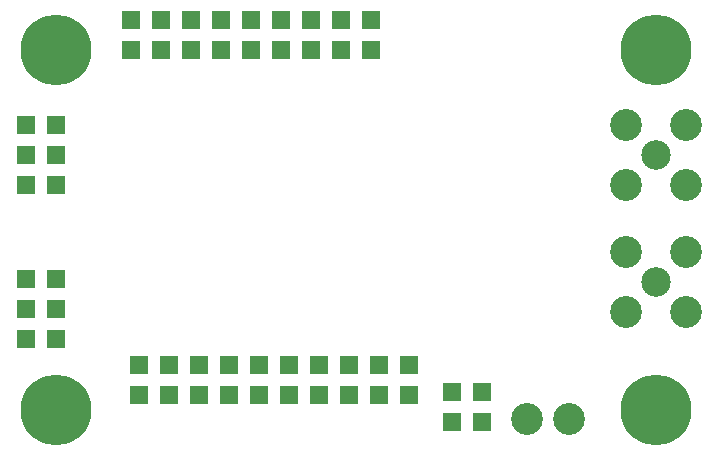
<source format=gbr>
%TF.GenerationSoftware,KiCad,Pcbnew,7.0.7-7.0.7~ubuntu23.04.1*%
%TF.CreationDate,2023-09-11T00:44:02+00:00*%
%TF.ProjectId,ISM01,49534d30-312e-46b6-9963-61645f706362,rev?*%
%TF.SameCoordinates,Original*%
%TF.FileFunction,Soldermask,Top*%
%TF.FilePolarity,Negative*%
%FSLAX46Y46*%
G04 Gerber Fmt 4.6, Leading zero omitted, Abs format (unit mm)*
G04 Created by KiCad (PCBNEW 7.0.7-7.0.7~ubuntu23.04.1) date 2023-09-11 00:44:02*
%MOMM*%
%LPD*%
G01*
G04 APERTURE LIST*
%ADD10R,1.524000X1.524000*%
%ADD11C,6.000000*%
%ADD12C,2.500000*%
%ADD13C,2.700000*%
G04 APERTURE END LIST*
D10*
%TO.C,J17*%
X157507047Y-116282689D03*
X157507047Y-113742689D03*
%TD*%
%TO.C,J24*%
X163730047Y-118568689D03*
X163730047Y-116028689D03*
%TD*%
%TO.C,J25*%
X161190047Y-118568689D03*
X161190047Y-116028689D03*
%TD*%
%TO.C,J1*%
X125122047Y-93422689D03*
X127662047Y-93422689D03*
X125122047Y-95962689D03*
X127662047Y-95962689D03*
X125122047Y-98502689D03*
X127662047Y-98502689D03*
%TD*%
%TO.C,J4*%
X125122047Y-106503689D03*
X127662047Y-106503689D03*
X125122047Y-109043689D03*
X127662047Y-109043689D03*
X125122047Y-111583689D03*
X127662047Y-111583689D03*
%TD*%
%TO.C,J10*%
X147347047Y-116282689D03*
X147347047Y-113742689D03*
%TD*%
%TO.C,J11*%
X142267047Y-113742689D03*
X142267047Y-116282689D03*
%TD*%
%TO.C,J12*%
X139727047Y-116282689D03*
X139727047Y-113742689D03*
%TD*%
%TO.C,J13*%
X137187047Y-113742689D03*
X137187047Y-116282689D03*
%TD*%
%TO.C,J14*%
X134647047Y-113742689D03*
X134647047Y-116282689D03*
%TD*%
%TO.C,J19*%
X149887047Y-116282689D03*
X149887047Y-113742689D03*
%TD*%
%TO.C,J20*%
X154967047Y-116282689D03*
X154967047Y-113742689D03*
%TD*%
%TO.C,J21*%
X152427047Y-116282689D03*
X152427047Y-113742689D03*
%TD*%
D11*
%TO.C,M1*%
X127662047Y-87072689D03*
%TD*%
%TO.C,M2*%
X178462047Y-117552689D03*
%TD*%
%TO.C,M3*%
X127662047Y-117552689D03*
%TD*%
%TO.C,M4*%
X178462047Y-87072689D03*
%TD*%
D12*
%TO.C,J3*%
X178462047Y-95962689D03*
D13*
X175922047Y-93422689D03*
X175922047Y-98502689D03*
X181002047Y-93422689D03*
X181002047Y-98502689D03*
%TD*%
D10*
%TO.C,J26*%
X144807047Y-116282689D03*
X144807047Y-113742689D03*
%TD*%
%TO.C,J8*%
X146712047Y-87072689D03*
X146712047Y-84532689D03*
%TD*%
%TO.C,J7*%
X144172047Y-87072689D03*
X144172047Y-84532689D03*
%TD*%
%TO.C,J6*%
X141632047Y-87072689D03*
X141632047Y-84532689D03*
%TD*%
%TO.C,J9*%
X149252047Y-87072689D03*
X149252047Y-84532689D03*
%TD*%
%TO.C,J18*%
X139092047Y-87072689D03*
X139092047Y-84532689D03*
%TD*%
%TO.C,J22*%
X151792047Y-87072689D03*
X151792047Y-84532689D03*
%TD*%
%TO.C,J16*%
X136552047Y-87072689D03*
X136552047Y-84532689D03*
%TD*%
%TO.C,J15*%
X134012047Y-87072689D03*
X134012047Y-84532689D03*
%TD*%
%TO.C,J23*%
X154332047Y-87072689D03*
X154332047Y-84532689D03*
%TD*%
D12*
%TO.C,J2*%
X178462047Y-106757689D03*
D13*
X175922047Y-104217689D03*
X175922047Y-109297689D03*
X181002047Y-104217689D03*
X181002047Y-109297689D03*
%TD*%
%TO.C,D3*%
X167540047Y-118314689D03*
%TD*%
%TO.C,D2*%
X171096047Y-118314689D03*
%TD*%
M02*

</source>
